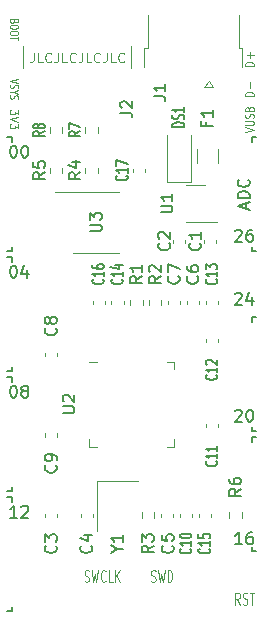
<source format=gbr>
%TF.GenerationSoftware,KiCad,Pcbnew,(6.0.1)*%
%TF.CreationDate,2022-03-04T09:32:41+09:00*%
%TF.ProjectId,yuiop2040,7975696f-7032-4303-9430-2e6b69636164,2*%
%TF.SameCoordinates,Original*%
%TF.FileFunction,Legend,Top*%
%TF.FilePolarity,Positive*%
%FSLAX46Y46*%
G04 Gerber Fmt 4.6, Leading zero omitted, Abs format (unit mm)*
G04 Created by KiCad (PCBNEW (6.0.1)) date 2022-03-04 09:32:41*
%MOMM*%
%LPD*%
G01*
G04 APERTURE LIST*
%ADD10C,0.150000*%
%ADD11C,0.075000*%
%ADD12C,0.120000*%
%ADD13C,0.100000*%
G04 APERTURE END LIST*
D10*
X129240000Y-115055000D02*
X129240000Y-114674000D01*
X149560000Y-84194000D02*
X149560000Y-84575000D01*
X149560000Y-99434000D02*
X149560000Y-99815000D01*
X128859000Y-114166000D02*
X129240000Y-114166000D01*
X129240000Y-93846000D02*
X129240000Y-93465000D01*
X149941000Y-99434000D02*
X149560000Y-99434000D01*
X129240000Y-104514000D02*
X128859000Y-104514000D01*
X129240000Y-124326000D02*
X129240000Y-123945000D01*
X129240000Y-104006000D02*
X129240000Y-103625000D01*
X129240000Y-94735000D02*
X129240000Y-94354000D01*
X129240000Y-104895000D02*
X129240000Y-104514000D01*
X129240000Y-94354000D02*
X128859000Y-94354000D01*
X149560000Y-118865000D02*
X149560000Y-119246000D01*
X128859000Y-93846000D02*
X129240000Y-93846000D01*
X149560000Y-93465000D02*
X149560000Y-93846000D01*
X149941000Y-109594000D02*
X149560000Y-109594000D01*
X129240000Y-84194000D02*
X128859000Y-84194000D01*
X149560000Y-93846000D02*
X149941000Y-93846000D01*
X149560000Y-119246000D02*
X149941000Y-119246000D01*
X129240000Y-114674000D02*
X128859000Y-114674000D01*
X149560000Y-108705000D02*
X149560000Y-109086000D01*
X149941000Y-84194000D02*
X149560000Y-84194000D01*
X129240000Y-114166000D02*
X129240000Y-113785000D01*
X128859000Y-104006000D02*
X129240000Y-104006000D01*
X149560000Y-109594000D02*
X149560000Y-109975000D01*
X129240000Y-84575000D02*
X129240000Y-84194000D01*
X128859000Y-124326000D02*
X129240000Y-124326000D01*
X149560000Y-109086000D02*
X149941000Y-109086000D01*
D11*
X129783333Y-79270821D02*
X129083333Y-79437487D01*
X129783333Y-79604154D01*
X129116666Y-79747011D02*
X129083333Y-79818440D01*
X129083333Y-79937487D01*
X129116666Y-79985106D01*
X129150000Y-80008916D01*
X129216666Y-80032725D01*
X129283333Y-80032725D01*
X129350000Y-80008916D01*
X129383333Y-79985106D01*
X129416666Y-79937487D01*
X129450000Y-79842249D01*
X129483333Y-79794630D01*
X129516666Y-79770821D01*
X129583333Y-79747011D01*
X129650000Y-79747011D01*
X129716666Y-79770821D01*
X129750000Y-79794630D01*
X129783333Y-79842249D01*
X129783333Y-79961297D01*
X129750000Y-80032725D01*
X129416666Y-80342249D02*
X129083333Y-80342249D01*
X129783333Y-80175583D02*
X129416666Y-80342249D01*
X129783333Y-80508916D01*
X129116666Y-80651773D02*
X129083333Y-80723202D01*
X129083333Y-80842249D01*
X129116666Y-80889868D01*
X129150000Y-80913678D01*
X129216666Y-80937487D01*
X129283333Y-80937487D01*
X129350000Y-80913678D01*
X129383333Y-80889868D01*
X129416666Y-80842249D01*
X129450000Y-80747011D01*
X129483333Y-80699392D01*
X129516666Y-80675583D01*
X129583333Y-80651773D01*
X129650000Y-80651773D01*
X129716666Y-80675583D01*
X129750000Y-80699392D01*
X129783333Y-80747011D01*
X129783333Y-80866059D01*
X129750000Y-80937487D01*
X129450000Y-74371428D02*
X129416666Y-74442857D01*
X129383333Y-74466666D01*
X129316666Y-74490476D01*
X129216666Y-74490476D01*
X129150000Y-74466666D01*
X129116666Y-74442857D01*
X129083333Y-74395238D01*
X129083333Y-74204761D01*
X129783333Y-74204761D01*
X129783333Y-74371428D01*
X129750000Y-74419047D01*
X129716666Y-74442857D01*
X129650000Y-74466666D01*
X129583333Y-74466666D01*
X129516666Y-74442857D01*
X129483333Y-74419047D01*
X129450000Y-74371428D01*
X129450000Y-74204761D01*
X129783333Y-74800000D02*
X129783333Y-74895238D01*
X129750000Y-74942857D01*
X129683333Y-74990476D01*
X129550000Y-75014285D01*
X129316666Y-75014285D01*
X129183333Y-74990476D01*
X129116666Y-74942857D01*
X129083333Y-74895238D01*
X129083333Y-74800000D01*
X129116666Y-74752380D01*
X129183333Y-74704761D01*
X129316666Y-74680952D01*
X129550000Y-74680952D01*
X129683333Y-74704761D01*
X129750000Y-74752380D01*
X129783333Y-74800000D01*
X129783333Y-75323809D02*
X129783333Y-75419047D01*
X129750000Y-75466666D01*
X129683333Y-75514285D01*
X129550000Y-75538095D01*
X129316666Y-75538095D01*
X129183333Y-75514285D01*
X129116666Y-75466666D01*
X129083333Y-75419047D01*
X129083333Y-75323809D01*
X129116666Y-75276190D01*
X129183333Y-75228571D01*
X129316666Y-75204761D01*
X129550000Y-75204761D01*
X129683333Y-75228571D01*
X129750000Y-75276190D01*
X129783333Y-75323809D01*
X129783333Y-75680952D02*
X129783333Y-75966666D01*
X129083333Y-75823809D02*
X129783333Y-75823809D01*
D12*
X149016666Y-83770000D02*
X149716666Y-83570000D01*
X149016666Y-83370000D01*
X149016666Y-83170000D02*
X149583333Y-83170000D01*
X149650000Y-83141428D01*
X149683333Y-83112857D01*
X149716666Y-83055714D01*
X149716666Y-82941428D01*
X149683333Y-82884285D01*
X149650000Y-82855714D01*
X149583333Y-82827142D01*
X149016666Y-82827142D01*
X149683333Y-82570000D02*
X149716666Y-82484285D01*
X149716666Y-82341428D01*
X149683333Y-82284285D01*
X149650000Y-82255714D01*
X149583333Y-82227142D01*
X149516666Y-82227142D01*
X149450000Y-82255714D01*
X149416666Y-82284285D01*
X149383333Y-82341428D01*
X149350000Y-82455714D01*
X149316666Y-82512857D01*
X149283333Y-82541428D01*
X149216666Y-82570000D01*
X149150000Y-82570000D01*
X149083333Y-82541428D01*
X149050000Y-82512857D01*
X149016666Y-82455714D01*
X149016666Y-82312857D01*
X149050000Y-82227142D01*
X149350000Y-81770000D02*
X149383333Y-81684285D01*
X149416666Y-81655714D01*
X149483333Y-81627142D01*
X149583333Y-81627142D01*
X149650000Y-81655714D01*
X149683333Y-81684285D01*
X149716666Y-81741428D01*
X149716666Y-81970000D01*
X149016666Y-81970000D01*
X149016666Y-81770000D01*
X149050000Y-81712857D01*
X149083333Y-81684285D01*
X149150000Y-81655714D01*
X149216666Y-81655714D01*
X149283333Y-81684285D01*
X149316666Y-81712857D01*
X149350000Y-81770000D01*
X149350000Y-81970000D01*
D10*
X148163095Y-107363619D02*
X148210714Y-107316000D01*
X148305952Y-107268380D01*
X148544047Y-107268380D01*
X148639285Y-107316000D01*
X148686904Y-107363619D01*
X148734523Y-107458857D01*
X148734523Y-107554095D01*
X148686904Y-107696952D01*
X148115476Y-108268380D01*
X148734523Y-108268380D01*
X149353571Y-107268380D02*
X149448809Y-107268380D01*
X149544047Y-107316000D01*
X149591666Y-107363619D01*
X149639285Y-107458857D01*
X149686904Y-107649333D01*
X149686904Y-107887428D01*
X149639285Y-108077904D01*
X149591666Y-108173142D01*
X149544047Y-108220761D01*
X149448809Y-108268380D01*
X149353571Y-108268380D01*
X149258333Y-108220761D01*
X149210714Y-108173142D01*
X149163095Y-108077904D01*
X149115476Y-107887428D01*
X149115476Y-107649333D01*
X149163095Y-107458857D01*
X149210714Y-107363619D01*
X149258333Y-107316000D01*
X149353571Y-107268380D01*
X148163095Y-97457619D02*
X148210714Y-97410000D01*
X148305952Y-97362380D01*
X148544047Y-97362380D01*
X148639285Y-97410000D01*
X148686904Y-97457619D01*
X148734523Y-97552857D01*
X148734523Y-97648095D01*
X148686904Y-97790952D01*
X148115476Y-98362380D01*
X148734523Y-98362380D01*
X149591666Y-97695714D02*
X149591666Y-98362380D01*
X149353571Y-97314761D02*
X149115476Y-98029047D01*
X149734523Y-98029047D01*
X148734523Y-118652380D02*
X148163095Y-118652380D01*
X148448809Y-118652380D02*
X148448809Y-117652380D01*
X148353571Y-117795238D01*
X148258333Y-117890476D01*
X148163095Y-117938095D01*
X149591666Y-117652380D02*
X149401190Y-117652380D01*
X149305952Y-117700000D01*
X149258333Y-117747619D01*
X149163095Y-117890476D01*
X149115476Y-118080952D01*
X149115476Y-118461904D01*
X149163095Y-118557142D01*
X149210714Y-118604761D01*
X149305952Y-118652380D01*
X149496428Y-118652380D01*
X149591666Y-118604761D01*
X149639285Y-118557142D01*
X149686904Y-118461904D01*
X149686904Y-118223809D01*
X149639285Y-118128571D01*
X149591666Y-118080952D01*
X149496428Y-118033333D01*
X149305952Y-118033333D01*
X149210714Y-118080952D01*
X149163095Y-118128571D01*
X149115476Y-118223809D01*
D12*
X131104761Y-77061904D02*
X131104761Y-77633333D01*
X131066666Y-77747619D01*
X130990476Y-77823809D01*
X130876190Y-77861904D01*
X130800000Y-77861904D01*
X131866666Y-77861904D02*
X131485714Y-77861904D01*
X131485714Y-77061904D01*
X132590476Y-77785714D02*
X132552380Y-77823809D01*
X132438095Y-77861904D01*
X132361904Y-77861904D01*
X132247619Y-77823809D01*
X132171428Y-77747619D01*
X132133333Y-77671428D01*
X132095238Y-77519047D01*
X132095238Y-77404761D01*
X132133333Y-77252380D01*
X132171428Y-77176190D01*
X132247619Y-77100000D01*
X132361904Y-77061904D01*
X132438095Y-77061904D01*
X132552380Y-77100000D01*
X132590476Y-77138095D01*
X133161904Y-77061904D02*
X133161904Y-77633333D01*
X133123809Y-77747619D01*
X133047619Y-77823809D01*
X132933333Y-77861904D01*
X132857142Y-77861904D01*
X133923809Y-77861904D02*
X133542857Y-77861904D01*
X133542857Y-77061904D01*
X134647619Y-77785714D02*
X134609523Y-77823809D01*
X134495238Y-77861904D01*
X134419047Y-77861904D01*
X134304761Y-77823809D01*
X134228571Y-77747619D01*
X134190476Y-77671428D01*
X134152380Y-77519047D01*
X134152380Y-77404761D01*
X134190476Y-77252380D01*
X134228571Y-77176190D01*
X134304761Y-77100000D01*
X134419047Y-77061904D01*
X134495238Y-77061904D01*
X134609523Y-77100000D01*
X134647619Y-77138095D01*
X135219047Y-77061904D02*
X135219047Y-77633333D01*
X135180952Y-77747619D01*
X135104761Y-77823809D01*
X134990476Y-77861904D01*
X134914285Y-77861904D01*
X135980952Y-77861904D02*
X135600000Y-77861904D01*
X135600000Y-77061904D01*
X136704761Y-77785714D02*
X136666666Y-77823809D01*
X136552380Y-77861904D01*
X136476190Y-77861904D01*
X136361904Y-77823809D01*
X136285714Y-77747619D01*
X136247619Y-77671428D01*
X136209523Y-77519047D01*
X136209523Y-77404761D01*
X136247619Y-77252380D01*
X136285714Y-77176190D01*
X136361904Y-77100000D01*
X136476190Y-77061904D01*
X136552380Y-77061904D01*
X136666666Y-77100000D01*
X136704761Y-77138095D01*
X137276190Y-77061904D02*
X137276190Y-77633333D01*
X137238095Y-77747619D01*
X137161904Y-77823809D01*
X137047619Y-77861904D01*
X136971428Y-77861904D01*
X138038095Y-77861904D02*
X137657142Y-77861904D01*
X137657142Y-77061904D01*
X138761904Y-77785714D02*
X138723809Y-77823809D01*
X138609523Y-77861904D01*
X138533333Y-77861904D01*
X138419047Y-77823809D01*
X138342857Y-77747619D01*
X138304761Y-77671428D01*
X138266666Y-77519047D01*
X138266666Y-77404761D01*
X138304761Y-77252380D01*
X138342857Y-77176190D01*
X138419047Y-77100000D01*
X138533333Y-77061904D01*
X138609523Y-77061904D01*
X138723809Y-77100000D01*
X138761904Y-77138095D01*
D13*
X141044285Y-121809761D02*
X141138571Y-121857380D01*
X141295714Y-121857380D01*
X141358571Y-121809761D01*
X141390000Y-121762142D01*
X141421428Y-121666904D01*
X141421428Y-121571666D01*
X141390000Y-121476428D01*
X141358571Y-121428809D01*
X141295714Y-121381190D01*
X141170000Y-121333571D01*
X141107142Y-121285952D01*
X141075714Y-121238333D01*
X141044285Y-121143095D01*
X141044285Y-121047857D01*
X141075714Y-120952619D01*
X141107142Y-120905000D01*
X141170000Y-120857380D01*
X141327142Y-120857380D01*
X141421428Y-120905000D01*
X141641428Y-120857380D02*
X141798571Y-121857380D01*
X141924285Y-121143095D01*
X142050000Y-121857380D01*
X142207142Y-120857380D01*
X142458571Y-121857380D02*
X142458571Y-120857380D01*
X142615714Y-120857380D01*
X142710000Y-120905000D01*
X142772857Y-121000238D01*
X142804285Y-121095476D01*
X142835714Y-121285952D01*
X142835714Y-121428809D01*
X142804285Y-121619285D01*
X142772857Y-121714523D01*
X142710000Y-121809761D01*
X142615714Y-121857380D01*
X142458571Y-121857380D01*
X129783333Y-81852857D02*
X129783333Y-82261428D01*
X129516666Y-82041428D01*
X129516666Y-82135714D01*
X129483333Y-82198571D01*
X129450000Y-82230000D01*
X129383333Y-82261428D01*
X129216666Y-82261428D01*
X129150000Y-82230000D01*
X129116666Y-82198571D01*
X129083333Y-82135714D01*
X129083333Y-81947142D01*
X129116666Y-81884285D01*
X129150000Y-81852857D01*
X129783333Y-82450000D02*
X129083333Y-82670000D01*
X129783333Y-82890000D01*
X129783333Y-83047142D02*
X129783333Y-83455714D01*
X129516666Y-83235714D01*
X129516666Y-83330000D01*
X129483333Y-83392857D01*
X129450000Y-83424285D01*
X129383333Y-83455714D01*
X129216666Y-83455714D01*
X129150000Y-83424285D01*
X129116666Y-83392857D01*
X129083333Y-83330000D01*
X129083333Y-83141428D01*
X129116666Y-83078571D01*
X129150000Y-83047142D01*
D10*
X129684523Y-116396380D02*
X129113095Y-116396380D01*
X129398809Y-116396380D02*
X129398809Y-115396380D01*
X129303571Y-115539238D01*
X129208333Y-115634476D01*
X129113095Y-115682095D01*
X130065476Y-115491619D02*
X130113095Y-115444000D01*
X130208333Y-115396380D01*
X130446428Y-115396380D01*
X130541666Y-115444000D01*
X130589285Y-115491619D01*
X130636904Y-115586857D01*
X130636904Y-115682095D01*
X130589285Y-115824952D01*
X130017857Y-116396380D01*
X130636904Y-116396380D01*
X129351190Y-84916380D02*
X129446428Y-84916380D01*
X129541666Y-84964000D01*
X129589285Y-85011619D01*
X129636904Y-85106857D01*
X129684523Y-85297333D01*
X129684523Y-85535428D01*
X129636904Y-85725904D01*
X129589285Y-85821142D01*
X129541666Y-85868761D01*
X129446428Y-85916380D01*
X129351190Y-85916380D01*
X129255952Y-85868761D01*
X129208333Y-85821142D01*
X129160714Y-85725904D01*
X129113095Y-85535428D01*
X129113095Y-85297333D01*
X129160714Y-85106857D01*
X129208333Y-85011619D01*
X129255952Y-84964000D01*
X129351190Y-84916380D01*
X130303571Y-84916380D02*
X130398809Y-84916380D01*
X130494047Y-84964000D01*
X130541666Y-85011619D01*
X130589285Y-85106857D01*
X130636904Y-85297333D01*
X130636904Y-85535428D01*
X130589285Y-85725904D01*
X130541666Y-85821142D01*
X130494047Y-85868761D01*
X130398809Y-85916380D01*
X130303571Y-85916380D01*
X130208333Y-85868761D01*
X130160714Y-85821142D01*
X130113095Y-85725904D01*
X130065476Y-85535428D01*
X130065476Y-85297333D01*
X130113095Y-85106857D01*
X130160714Y-85011619D01*
X130208333Y-84964000D01*
X130303571Y-84916380D01*
X148163095Y-92123619D02*
X148210714Y-92076000D01*
X148305952Y-92028380D01*
X148544047Y-92028380D01*
X148639285Y-92076000D01*
X148686904Y-92123619D01*
X148734523Y-92218857D01*
X148734523Y-92314095D01*
X148686904Y-92456952D01*
X148115476Y-93028380D01*
X148734523Y-93028380D01*
X149591666Y-92028380D02*
X149401190Y-92028380D01*
X149305952Y-92076000D01*
X149258333Y-92123619D01*
X149163095Y-92266476D01*
X149115476Y-92456952D01*
X149115476Y-92837904D01*
X149163095Y-92933142D01*
X149210714Y-92980761D01*
X149305952Y-93028380D01*
X149496428Y-93028380D01*
X149591666Y-92980761D01*
X149639285Y-92933142D01*
X149686904Y-92837904D01*
X149686904Y-92599809D01*
X149639285Y-92504571D01*
X149591666Y-92456952D01*
X149496428Y-92409333D01*
X149305952Y-92409333D01*
X149210714Y-92456952D01*
X149163095Y-92504571D01*
X149115476Y-92599809D01*
D12*
X149716666Y-78206666D02*
X149016666Y-78206666D01*
X149016666Y-78040000D01*
X149050000Y-77940000D01*
X149116666Y-77873333D01*
X149183333Y-77840000D01*
X149316666Y-77806666D01*
X149416666Y-77806666D01*
X149550000Y-77840000D01*
X149616666Y-77873333D01*
X149683333Y-77940000D01*
X149716666Y-78040000D01*
X149716666Y-78206666D01*
X149450000Y-77506666D02*
X149450000Y-76973333D01*
X149716666Y-77240000D02*
X149183333Y-77240000D01*
D13*
X135407142Y-121809761D02*
X135501428Y-121857380D01*
X135658571Y-121857380D01*
X135721428Y-121809761D01*
X135752857Y-121762142D01*
X135784285Y-121666904D01*
X135784285Y-121571666D01*
X135752857Y-121476428D01*
X135721428Y-121428809D01*
X135658571Y-121381190D01*
X135532857Y-121333571D01*
X135470000Y-121285952D01*
X135438571Y-121238333D01*
X135407142Y-121143095D01*
X135407142Y-121047857D01*
X135438571Y-120952619D01*
X135470000Y-120905000D01*
X135532857Y-120857380D01*
X135690000Y-120857380D01*
X135784285Y-120905000D01*
X136004285Y-120857380D02*
X136161428Y-121857380D01*
X136287142Y-121143095D01*
X136412857Y-121857380D01*
X136570000Y-120857380D01*
X137198571Y-121762142D02*
X137167142Y-121809761D01*
X137072857Y-121857380D01*
X137010000Y-121857380D01*
X136915714Y-121809761D01*
X136852857Y-121714523D01*
X136821428Y-121619285D01*
X136790000Y-121428809D01*
X136790000Y-121285952D01*
X136821428Y-121095476D01*
X136852857Y-121000238D01*
X136915714Y-120905000D01*
X137010000Y-120857380D01*
X137072857Y-120857380D01*
X137167142Y-120905000D01*
X137198571Y-120952619D01*
X137795714Y-121857380D02*
X137481428Y-121857380D01*
X137481428Y-120857380D01*
X138015714Y-121857380D02*
X138015714Y-120857380D01*
X138392857Y-121857380D02*
X138110000Y-121285952D01*
X138392857Y-120857380D02*
X138015714Y-121428809D01*
D10*
X129351190Y-95076380D02*
X129446428Y-95076380D01*
X129541666Y-95124000D01*
X129589285Y-95171619D01*
X129636904Y-95266857D01*
X129684523Y-95457333D01*
X129684523Y-95695428D01*
X129636904Y-95885904D01*
X129589285Y-95981142D01*
X129541666Y-96028761D01*
X129446428Y-96076380D01*
X129351190Y-96076380D01*
X129255952Y-96028761D01*
X129208333Y-95981142D01*
X129160714Y-95885904D01*
X129113095Y-95695428D01*
X129113095Y-95457333D01*
X129160714Y-95266857D01*
X129208333Y-95171619D01*
X129255952Y-95124000D01*
X129351190Y-95076380D01*
X130541666Y-95409714D02*
X130541666Y-96076380D01*
X130303571Y-95028761D02*
X130065476Y-95743047D01*
X130684523Y-95743047D01*
D12*
X149716666Y-80746666D02*
X149016666Y-80746666D01*
X149016666Y-80580000D01*
X149050000Y-80480000D01*
X149116666Y-80413333D01*
X149183333Y-80380000D01*
X149316666Y-80346666D01*
X149416666Y-80346666D01*
X149550000Y-80380000D01*
X149616666Y-80413333D01*
X149683333Y-80480000D01*
X149716666Y-80580000D01*
X149716666Y-80746666D01*
X149450000Y-80046666D02*
X149450000Y-79513333D01*
D10*
X129351190Y-105236380D02*
X129446428Y-105236380D01*
X129541666Y-105284000D01*
X129589285Y-105331619D01*
X129636904Y-105426857D01*
X129684523Y-105617333D01*
X129684523Y-105855428D01*
X129636904Y-106045904D01*
X129589285Y-106141142D01*
X129541666Y-106188761D01*
X129446428Y-106236380D01*
X129351190Y-106236380D01*
X129255952Y-106188761D01*
X129208333Y-106141142D01*
X129160714Y-106045904D01*
X129113095Y-105855428D01*
X129113095Y-105617333D01*
X129160714Y-105426857D01*
X129208333Y-105331619D01*
X129255952Y-105284000D01*
X129351190Y-105236380D01*
X130255952Y-105664952D02*
X130160714Y-105617333D01*
X130113095Y-105569714D01*
X130065476Y-105474476D01*
X130065476Y-105426857D01*
X130113095Y-105331619D01*
X130160714Y-105284000D01*
X130255952Y-105236380D01*
X130446428Y-105236380D01*
X130541666Y-105284000D01*
X130589285Y-105331619D01*
X130636904Y-105426857D01*
X130636904Y-105474476D01*
X130589285Y-105569714D01*
X130541666Y-105617333D01*
X130446428Y-105664952D01*
X130255952Y-105664952D01*
X130160714Y-105712571D01*
X130113095Y-105760190D01*
X130065476Y-105855428D01*
X130065476Y-106045904D01*
X130113095Y-106141142D01*
X130160714Y-106188761D01*
X130255952Y-106236380D01*
X130446428Y-106236380D01*
X130541666Y-106188761D01*
X130589285Y-106141142D01*
X130636904Y-106045904D01*
X130636904Y-105855428D01*
X130589285Y-105760190D01*
X130541666Y-105712571D01*
X130446428Y-105664952D01*
D13*
X148563571Y-123762380D02*
X148343571Y-123286190D01*
X148186428Y-123762380D02*
X148186428Y-122762380D01*
X148437857Y-122762380D01*
X148500714Y-122810000D01*
X148532142Y-122857619D01*
X148563571Y-122952857D01*
X148563571Y-123095714D01*
X148532142Y-123190952D01*
X148500714Y-123238571D01*
X148437857Y-123286190D01*
X148186428Y-123286190D01*
X148815000Y-123714761D02*
X148909285Y-123762380D01*
X149066428Y-123762380D01*
X149129285Y-123714761D01*
X149160714Y-123667142D01*
X149192142Y-123571904D01*
X149192142Y-123476666D01*
X149160714Y-123381428D01*
X149129285Y-123333809D01*
X149066428Y-123286190D01*
X148940714Y-123238571D01*
X148877857Y-123190952D01*
X148846428Y-123143333D01*
X148815000Y-123048095D01*
X148815000Y-122952857D01*
X148846428Y-122857619D01*
X148877857Y-122810000D01*
X148940714Y-122762380D01*
X149097857Y-122762380D01*
X149192142Y-122810000D01*
X149380714Y-122762380D02*
X149757857Y-122762380D01*
X149569285Y-123762380D02*
X149569285Y-122762380D01*
D10*
X149091666Y-90258095D02*
X149091666Y-89781904D01*
X149377380Y-90353333D02*
X148377380Y-90020000D01*
X149377380Y-89686666D01*
X149377380Y-89353333D02*
X148377380Y-89353333D01*
X148377380Y-89115238D01*
X148425000Y-88972380D01*
X148520238Y-88877142D01*
X148615476Y-88829523D01*
X148805952Y-88781904D01*
X148948809Y-88781904D01*
X149139285Y-88829523D01*
X149234523Y-88877142D01*
X149329761Y-88972380D01*
X149377380Y-89115238D01*
X149377380Y-89353333D01*
X149282142Y-87781904D02*
X149329761Y-87829523D01*
X149377380Y-87972380D01*
X149377380Y-88067619D01*
X149329761Y-88210476D01*
X149234523Y-88305714D01*
X149139285Y-88353333D01*
X148948809Y-88400952D01*
X148805952Y-88400952D01*
X148615476Y-88353333D01*
X148520238Y-88305714D01*
X148425000Y-88210476D01*
X148377380Y-88067619D01*
X148377380Y-87972380D01*
X148425000Y-87829523D01*
X148472619Y-87781904D01*
%TO.C,R2*%
X141852380Y-95966666D02*
X141376190Y-96300000D01*
X141852380Y-96538095D02*
X140852380Y-96538095D01*
X140852380Y-96157142D01*
X140900000Y-96061904D01*
X140947619Y-96014285D01*
X141042857Y-95966666D01*
X141185714Y-95966666D01*
X141280952Y-96014285D01*
X141328571Y-96061904D01*
X141376190Y-96157142D01*
X141376190Y-96538095D01*
X140947619Y-95585714D02*
X140900000Y-95538095D01*
X140852380Y-95442857D01*
X140852380Y-95204761D01*
X140900000Y-95109523D01*
X140947619Y-95061904D01*
X141042857Y-95014285D01*
X141138095Y-95014285D01*
X141280952Y-95061904D01*
X141852380Y-95633333D01*
X141852380Y-95014285D01*
%TO.C,U2*%
X133552380Y-107561904D02*
X134361904Y-107561904D01*
X134457142Y-107514285D01*
X134504761Y-107466666D01*
X134552380Y-107371428D01*
X134552380Y-107180952D01*
X134504761Y-107085714D01*
X134457142Y-107038095D01*
X134361904Y-106990476D01*
X133552380Y-106990476D01*
X133647619Y-106561904D02*
X133600000Y-106514285D01*
X133552380Y-106419047D01*
X133552380Y-106180952D01*
X133600000Y-106085714D01*
X133647619Y-106038095D01*
X133742857Y-105990476D01*
X133838095Y-105990476D01*
X133980952Y-106038095D01*
X134552380Y-106609523D01*
X134552380Y-105990476D01*
%TO.C,C10*%
X144357142Y-119024285D02*
X144404761Y-119055714D01*
X144452380Y-119150000D01*
X144452380Y-119212857D01*
X144404761Y-119307142D01*
X144309523Y-119370000D01*
X144214285Y-119401428D01*
X144023809Y-119432857D01*
X143880952Y-119432857D01*
X143690476Y-119401428D01*
X143595238Y-119370000D01*
X143500000Y-119307142D01*
X143452380Y-119212857D01*
X143452380Y-119150000D01*
X143500000Y-119055714D01*
X143547619Y-119024285D01*
X144452380Y-118395714D02*
X144452380Y-118772857D01*
X144452380Y-118584285D02*
X143452380Y-118584285D01*
X143595238Y-118647142D01*
X143690476Y-118710000D01*
X143738095Y-118772857D01*
X143452380Y-117987142D02*
X143452380Y-117924285D01*
X143500000Y-117861428D01*
X143547619Y-117830000D01*
X143642857Y-117798571D01*
X143833333Y-117767142D01*
X144071428Y-117767142D01*
X144261904Y-117798571D01*
X144357142Y-117830000D01*
X144404761Y-117861428D01*
X144452380Y-117924285D01*
X144452380Y-117987142D01*
X144404761Y-118050000D01*
X144357142Y-118081428D01*
X144261904Y-118112857D01*
X144071428Y-118144285D01*
X143833333Y-118144285D01*
X143642857Y-118112857D01*
X143547619Y-118081428D01*
X143500000Y-118050000D01*
X143452380Y-117987142D01*
%TO.C,C9*%
X132957142Y-111966666D02*
X133004761Y-112014285D01*
X133052380Y-112157142D01*
X133052380Y-112252380D01*
X133004761Y-112395238D01*
X132909523Y-112490476D01*
X132814285Y-112538095D01*
X132623809Y-112585714D01*
X132480952Y-112585714D01*
X132290476Y-112538095D01*
X132195238Y-112490476D01*
X132100000Y-112395238D01*
X132052380Y-112252380D01*
X132052380Y-112157142D01*
X132100000Y-112014285D01*
X132147619Y-111966666D01*
X133052380Y-111490476D02*
X133052380Y-111300000D01*
X133004761Y-111204761D01*
X132957142Y-111157142D01*
X132814285Y-111061904D01*
X132623809Y-111014285D01*
X132242857Y-111014285D01*
X132147619Y-111061904D01*
X132100000Y-111109523D01*
X132052380Y-111204761D01*
X132052380Y-111395238D01*
X132100000Y-111490476D01*
X132147619Y-111538095D01*
X132242857Y-111585714D01*
X132480952Y-111585714D01*
X132576190Y-111538095D01*
X132623809Y-111490476D01*
X132671428Y-111395238D01*
X132671428Y-111204761D01*
X132623809Y-111109523D01*
X132576190Y-111061904D01*
X132480952Y-111014285D01*
%TO.C,C11*%
X146557142Y-111624285D02*
X146604761Y-111655714D01*
X146652380Y-111750000D01*
X146652380Y-111812857D01*
X146604761Y-111907142D01*
X146509523Y-111970000D01*
X146414285Y-112001428D01*
X146223809Y-112032857D01*
X146080952Y-112032857D01*
X145890476Y-112001428D01*
X145795238Y-111970000D01*
X145700000Y-111907142D01*
X145652380Y-111812857D01*
X145652380Y-111750000D01*
X145700000Y-111655714D01*
X145747619Y-111624285D01*
X146652380Y-110995714D02*
X146652380Y-111372857D01*
X146652380Y-111184285D02*
X145652380Y-111184285D01*
X145795238Y-111247142D01*
X145890476Y-111310000D01*
X145938095Y-111372857D01*
X146652380Y-110367142D02*
X146652380Y-110744285D01*
X146652380Y-110555714D02*
X145652380Y-110555714D01*
X145795238Y-110618571D01*
X145890476Y-110681428D01*
X145938095Y-110744285D01*
%TO.C,R1*%
X140252380Y-95966666D02*
X139776190Y-96300000D01*
X140252380Y-96538095D02*
X139252380Y-96538095D01*
X139252380Y-96157142D01*
X139300000Y-96061904D01*
X139347619Y-96014285D01*
X139442857Y-95966666D01*
X139585714Y-95966666D01*
X139680952Y-96014285D01*
X139728571Y-96061904D01*
X139776190Y-96157142D01*
X139776190Y-96538095D01*
X140252380Y-95014285D02*
X140252380Y-95585714D01*
X140252380Y-95300000D02*
X139252380Y-95300000D01*
X139395238Y-95395238D01*
X139490476Y-95490476D01*
X139538095Y-95585714D01*
%TO.C,U1*%
X141852380Y-90561904D02*
X142661904Y-90561904D01*
X142757142Y-90514285D01*
X142804761Y-90466666D01*
X142852380Y-90371428D01*
X142852380Y-90180952D01*
X142804761Y-90085714D01*
X142757142Y-90038095D01*
X142661904Y-89990476D01*
X141852380Y-89990476D01*
X142852380Y-88990476D02*
X142852380Y-89561904D01*
X142852380Y-89276190D02*
X141852380Y-89276190D01*
X141995238Y-89371428D01*
X142090476Y-89466666D01*
X142138095Y-89561904D01*
%TO.C,C4*%
X135957142Y-118766666D02*
X136004761Y-118814285D01*
X136052380Y-118957142D01*
X136052380Y-119052380D01*
X136004761Y-119195238D01*
X135909523Y-119290476D01*
X135814285Y-119338095D01*
X135623809Y-119385714D01*
X135480952Y-119385714D01*
X135290476Y-119338095D01*
X135195238Y-119290476D01*
X135100000Y-119195238D01*
X135052380Y-119052380D01*
X135052380Y-118957142D01*
X135100000Y-118814285D01*
X135147619Y-118766666D01*
X135385714Y-117909523D02*
X136052380Y-117909523D01*
X135004761Y-118147619D02*
X135719047Y-118385714D01*
X135719047Y-117766666D01*
%TO.C,DS1*%
X143852380Y-83301428D02*
X142852380Y-83301428D01*
X142852380Y-83144285D01*
X142900000Y-83050000D01*
X142995238Y-82987142D01*
X143090476Y-82955714D01*
X143280952Y-82924285D01*
X143423809Y-82924285D01*
X143614285Y-82955714D01*
X143709523Y-82987142D01*
X143804761Y-83050000D01*
X143852380Y-83144285D01*
X143852380Y-83301428D01*
X143804761Y-82672857D02*
X143852380Y-82578571D01*
X143852380Y-82421428D01*
X143804761Y-82358571D01*
X143757142Y-82327142D01*
X143661904Y-82295714D01*
X143566666Y-82295714D01*
X143471428Y-82327142D01*
X143423809Y-82358571D01*
X143376190Y-82421428D01*
X143328571Y-82547142D01*
X143280952Y-82610000D01*
X143233333Y-82641428D01*
X143138095Y-82672857D01*
X143042857Y-82672857D01*
X142947619Y-82641428D01*
X142900000Y-82610000D01*
X142852380Y-82547142D01*
X142852380Y-82390000D01*
X142900000Y-82295714D01*
X143852380Y-81667142D02*
X143852380Y-82044285D01*
X143852380Y-81855714D02*
X142852380Y-81855714D01*
X142995238Y-81918571D01*
X143090476Y-81981428D01*
X143138095Y-82044285D01*
%TO.C,C15*%
X145957142Y-119024285D02*
X146004761Y-119055714D01*
X146052380Y-119150000D01*
X146052380Y-119212857D01*
X146004761Y-119307142D01*
X145909523Y-119370000D01*
X145814285Y-119401428D01*
X145623809Y-119432857D01*
X145480952Y-119432857D01*
X145290476Y-119401428D01*
X145195238Y-119370000D01*
X145100000Y-119307142D01*
X145052380Y-119212857D01*
X145052380Y-119150000D01*
X145100000Y-119055714D01*
X145147619Y-119024285D01*
X146052380Y-118395714D02*
X146052380Y-118772857D01*
X146052380Y-118584285D02*
X145052380Y-118584285D01*
X145195238Y-118647142D01*
X145290476Y-118710000D01*
X145338095Y-118772857D01*
X145052380Y-117798571D02*
X145052380Y-118112857D01*
X145528571Y-118144285D01*
X145480952Y-118112857D01*
X145433333Y-118050000D01*
X145433333Y-117892857D01*
X145480952Y-117830000D01*
X145528571Y-117798571D01*
X145623809Y-117767142D01*
X145861904Y-117767142D01*
X145957142Y-117798571D01*
X146004761Y-117830000D01*
X146052380Y-117892857D01*
X146052380Y-118050000D01*
X146004761Y-118112857D01*
X145957142Y-118144285D01*
%TO.C,R7*%
X135052380Y-83685000D02*
X134576190Y-83905000D01*
X135052380Y-84062142D02*
X134052380Y-84062142D01*
X134052380Y-83810714D01*
X134100000Y-83747857D01*
X134147619Y-83716428D01*
X134242857Y-83685000D01*
X134385714Y-83685000D01*
X134480952Y-83716428D01*
X134528571Y-83747857D01*
X134576190Y-83810714D01*
X134576190Y-84062142D01*
X134052380Y-83465000D02*
X134052380Y-83025000D01*
X135052380Y-83307857D01*
%TO.C,C3*%
X132957142Y-118766666D02*
X133004761Y-118814285D01*
X133052380Y-118957142D01*
X133052380Y-119052380D01*
X133004761Y-119195238D01*
X132909523Y-119290476D01*
X132814285Y-119338095D01*
X132623809Y-119385714D01*
X132480952Y-119385714D01*
X132290476Y-119338095D01*
X132195238Y-119290476D01*
X132100000Y-119195238D01*
X132052380Y-119052380D01*
X132052380Y-118957142D01*
X132100000Y-118814285D01*
X132147619Y-118766666D01*
X132052380Y-118433333D02*
X132052380Y-117814285D01*
X132433333Y-118147619D01*
X132433333Y-118004761D01*
X132480952Y-117909523D01*
X132528571Y-117861904D01*
X132623809Y-117814285D01*
X132861904Y-117814285D01*
X132957142Y-117861904D01*
X133004761Y-117909523D01*
X133052380Y-118004761D01*
X133052380Y-118290476D01*
X133004761Y-118385714D01*
X132957142Y-118433333D01*
%TO.C,Y1*%
X138176190Y-119076190D02*
X138652380Y-119076190D01*
X137652380Y-119409523D02*
X138176190Y-119076190D01*
X137652380Y-118742857D01*
X138652380Y-117885714D02*
X138652380Y-118457142D01*
X138652380Y-118171428D02*
X137652380Y-118171428D01*
X137795238Y-118266666D01*
X137890476Y-118361904D01*
X137938095Y-118457142D01*
%TO.C,R8*%
X132052380Y-83710000D02*
X131576190Y-83930000D01*
X132052380Y-84087142D02*
X131052380Y-84087142D01*
X131052380Y-83835714D01*
X131100000Y-83772857D01*
X131147619Y-83741428D01*
X131242857Y-83710000D01*
X131385714Y-83710000D01*
X131480952Y-83741428D01*
X131528571Y-83772857D01*
X131576190Y-83835714D01*
X131576190Y-84087142D01*
X131480952Y-83332857D02*
X131433333Y-83395714D01*
X131385714Y-83427142D01*
X131290476Y-83458571D01*
X131242857Y-83458571D01*
X131147619Y-83427142D01*
X131100000Y-83395714D01*
X131052380Y-83332857D01*
X131052380Y-83207142D01*
X131100000Y-83144285D01*
X131147619Y-83112857D01*
X131242857Y-83081428D01*
X131290476Y-83081428D01*
X131385714Y-83112857D01*
X131433333Y-83144285D01*
X131480952Y-83207142D01*
X131480952Y-83332857D01*
X131528571Y-83395714D01*
X131576190Y-83427142D01*
X131671428Y-83458571D01*
X131861904Y-83458571D01*
X131957142Y-83427142D01*
X132004761Y-83395714D01*
X132052380Y-83332857D01*
X132052380Y-83207142D01*
X132004761Y-83144285D01*
X131957142Y-83112857D01*
X131861904Y-83081428D01*
X131671428Y-83081428D01*
X131576190Y-83112857D01*
X131528571Y-83144285D01*
X131480952Y-83207142D01*
%TO.C,C12*%
X146557142Y-104324285D02*
X146604761Y-104355714D01*
X146652380Y-104450000D01*
X146652380Y-104512857D01*
X146604761Y-104607142D01*
X146509523Y-104670000D01*
X146414285Y-104701428D01*
X146223809Y-104732857D01*
X146080952Y-104732857D01*
X145890476Y-104701428D01*
X145795238Y-104670000D01*
X145700000Y-104607142D01*
X145652380Y-104512857D01*
X145652380Y-104450000D01*
X145700000Y-104355714D01*
X145747619Y-104324285D01*
X146652380Y-103695714D02*
X146652380Y-104072857D01*
X146652380Y-103884285D02*
X145652380Y-103884285D01*
X145795238Y-103947142D01*
X145890476Y-104010000D01*
X145938095Y-104072857D01*
X145747619Y-103444285D02*
X145700000Y-103412857D01*
X145652380Y-103350000D01*
X145652380Y-103192857D01*
X145700000Y-103130000D01*
X145747619Y-103098571D01*
X145842857Y-103067142D01*
X145938095Y-103067142D01*
X146080952Y-103098571D01*
X146652380Y-103475714D01*
X146652380Y-103067142D01*
%TO.C,C1*%
X145157142Y-93166666D02*
X145204761Y-93214285D01*
X145252380Y-93357142D01*
X145252380Y-93452380D01*
X145204761Y-93595238D01*
X145109523Y-93690476D01*
X145014285Y-93738095D01*
X144823809Y-93785714D01*
X144680952Y-93785714D01*
X144490476Y-93738095D01*
X144395238Y-93690476D01*
X144300000Y-93595238D01*
X144252380Y-93452380D01*
X144252380Y-93357142D01*
X144300000Y-93214285D01*
X144347619Y-93166666D01*
X145252380Y-92214285D02*
X145252380Y-92785714D01*
X145252380Y-92500000D02*
X144252380Y-92500000D01*
X144395238Y-92595238D01*
X144490476Y-92690476D01*
X144538095Y-92785714D01*
%TO.C,F1*%
X145728571Y-82933333D02*
X145728571Y-83266666D01*
X146252380Y-83266666D02*
X145252380Y-83266666D01*
X145252380Y-82790476D01*
X146252380Y-81885714D02*
X146252380Y-82457142D01*
X146252380Y-82171428D02*
X145252380Y-82171428D01*
X145395238Y-82266666D01*
X145490476Y-82361904D01*
X145538095Y-82457142D01*
%TO.C,C7*%
X143357142Y-95966666D02*
X143404761Y-96014285D01*
X143452380Y-96157142D01*
X143452380Y-96252380D01*
X143404761Y-96395238D01*
X143309523Y-96490476D01*
X143214285Y-96538095D01*
X143023809Y-96585714D01*
X142880952Y-96585714D01*
X142690476Y-96538095D01*
X142595238Y-96490476D01*
X142500000Y-96395238D01*
X142452380Y-96252380D01*
X142452380Y-96157142D01*
X142500000Y-96014285D01*
X142547619Y-95966666D01*
X142452380Y-95633333D02*
X142452380Y-94966666D01*
X143452380Y-95395238D01*
%TO.C,C14*%
X138557142Y-96224285D02*
X138604761Y-96255714D01*
X138652380Y-96350000D01*
X138652380Y-96412857D01*
X138604761Y-96507142D01*
X138509523Y-96570000D01*
X138414285Y-96601428D01*
X138223809Y-96632857D01*
X138080952Y-96632857D01*
X137890476Y-96601428D01*
X137795238Y-96570000D01*
X137700000Y-96507142D01*
X137652380Y-96412857D01*
X137652380Y-96350000D01*
X137700000Y-96255714D01*
X137747619Y-96224285D01*
X138652380Y-95595714D02*
X138652380Y-95972857D01*
X138652380Y-95784285D02*
X137652380Y-95784285D01*
X137795238Y-95847142D01*
X137890476Y-95910000D01*
X137938095Y-95972857D01*
X137985714Y-95030000D02*
X138652380Y-95030000D01*
X137604761Y-95187142D02*
X138319047Y-95344285D01*
X138319047Y-94935714D01*
%TO.C,R5*%
X132052380Y-87166666D02*
X131576190Y-87500000D01*
X132052380Y-87738095D02*
X131052380Y-87738095D01*
X131052380Y-87357142D01*
X131100000Y-87261904D01*
X131147619Y-87214285D01*
X131242857Y-87166666D01*
X131385714Y-87166666D01*
X131480952Y-87214285D01*
X131528571Y-87261904D01*
X131576190Y-87357142D01*
X131576190Y-87738095D01*
X131052380Y-86261904D02*
X131052380Y-86738095D01*
X131528571Y-86785714D01*
X131480952Y-86738095D01*
X131433333Y-86642857D01*
X131433333Y-86404761D01*
X131480952Y-86309523D01*
X131528571Y-86261904D01*
X131623809Y-86214285D01*
X131861904Y-86214285D01*
X131957142Y-86261904D01*
X132004761Y-86309523D01*
X132052380Y-86404761D01*
X132052380Y-86642857D01*
X132004761Y-86738095D01*
X131957142Y-86785714D01*
%TO.C,C6*%
X144957142Y-95966666D02*
X145004761Y-96014285D01*
X145052380Y-96157142D01*
X145052380Y-96252380D01*
X145004761Y-96395238D01*
X144909523Y-96490476D01*
X144814285Y-96538095D01*
X144623809Y-96585714D01*
X144480952Y-96585714D01*
X144290476Y-96538095D01*
X144195238Y-96490476D01*
X144100000Y-96395238D01*
X144052380Y-96252380D01*
X144052380Y-96157142D01*
X144100000Y-96014285D01*
X144147619Y-95966666D01*
X144052380Y-95109523D02*
X144052380Y-95300000D01*
X144100000Y-95395238D01*
X144147619Y-95442857D01*
X144290476Y-95538095D01*
X144480952Y-95585714D01*
X144861904Y-95585714D01*
X144957142Y-95538095D01*
X145004761Y-95490476D01*
X145052380Y-95395238D01*
X145052380Y-95204761D01*
X145004761Y-95109523D01*
X144957142Y-95061904D01*
X144861904Y-95014285D01*
X144623809Y-95014285D01*
X144528571Y-95061904D01*
X144480952Y-95109523D01*
X144433333Y-95204761D01*
X144433333Y-95395238D01*
X144480952Y-95490476D01*
X144528571Y-95538095D01*
X144623809Y-95585714D01*
%TO.C,U3*%
X135852380Y-92161904D02*
X136661904Y-92161904D01*
X136757142Y-92114285D01*
X136804761Y-92066666D01*
X136852380Y-91971428D01*
X136852380Y-91780952D01*
X136804761Y-91685714D01*
X136757142Y-91638095D01*
X136661904Y-91590476D01*
X135852380Y-91590476D01*
X135852380Y-91209523D02*
X135852380Y-90590476D01*
X136233333Y-90923809D01*
X136233333Y-90780952D01*
X136280952Y-90685714D01*
X136328571Y-90638095D01*
X136423809Y-90590476D01*
X136661904Y-90590476D01*
X136757142Y-90638095D01*
X136804761Y-90685714D01*
X136852380Y-90780952D01*
X136852380Y-91066666D01*
X136804761Y-91161904D01*
X136757142Y-91209523D01*
%TO.C,C16*%
X136957142Y-96224285D02*
X137004761Y-96255714D01*
X137052380Y-96350000D01*
X137052380Y-96412857D01*
X137004761Y-96507142D01*
X136909523Y-96570000D01*
X136814285Y-96601428D01*
X136623809Y-96632857D01*
X136480952Y-96632857D01*
X136290476Y-96601428D01*
X136195238Y-96570000D01*
X136100000Y-96507142D01*
X136052380Y-96412857D01*
X136052380Y-96350000D01*
X136100000Y-96255714D01*
X136147619Y-96224285D01*
X137052380Y-95595714D02*
X137052380Y-95972857D01*
X137052380Y-95784285D02*
X136052380Y-95784285D01*
X136195238Y-95847142D01*
X136290476Y-95910000D01*
X136338095Y-95972857D01*
X136052380Y-95030000D02*
X136052380Y-95155714D01*
X136100000Y-95218571D01*
X136147619Y-95250000D01*
X136290476Y-95312857D01*
X136480952Y-95344285D01*
X136861904Y-95344285D01*
X136957142Y-95312857D01*
X137004761Y-95281428D01*
X137052380Y-95218571D01*
X137052380Y-95092857D01*
X137004761Y-95030000D01*
X136957142Y-94998571D01*
X136861904Y-94967142D01*
X136623809Y-94967142D01*
X136528571Y-94998571D01*
X136480952Y-95030000D01*
X136433333Y-95092857D01*
X136433333Y-95218571D01*
X136480952Y-95281428D01*
X136528571Y-95312857D01*
X136623809Y-95344285D01*
%TO.C,R3*%
X141252380Y-118766666D02*
X140776190Y-119100000D01*
X141252380Y-119338095D02*
X140252380Y-119338095D01*
X140252380Y-118957142D01*
X140300000Y-118861904D01*
X140347619Y-118814285D01*
X140442857Y-118766666D01*
X140585714Y-118766666D01*
X140680952Y-118814285D01*
X140728571Y-118861904D01*
X140776190Y-118957142D01*
X140776190Y-119338095D01*
X140252380Y-118433333D02*
X140252380Y-117814285D01*
X140633333Y-118147619D01*
X140633333Y-118004761D01*
X140680952Y-117909523D01*
X140728571Y-117861904D01*
X140823809Y-117814285D01*
X141061904Y-117814285D01*
X141157142Y-117861904D01*
X141204761Y-117909523D01*
X141252380Y-118004761D01*
X141252380Y-118290476D01*
X141204761Y-118385714D01*
X141157142Y-118433333D01*
%TO.C,C13*%
X146557142Y-96224285D02*
X146604761Y-96255714D01*
X146652380Y-96350000D01*
X146652380Y-96412857D01*
X146604761Y-96507142D01*
X146509523Y-96570000D01*
X146414285Y-96601428D01*
X146223809Y-96632857D01*
X146080952Y-96632857D01*
X145890476Y-96601428D01*
X145795238Y-96570000D01*
X145700000Y-96507142D01*
X145652380Y-96412857D01*
X145652380Y-96350000D01*
X145700000Y-96255714D01*
X145747619Y-96224285D01*
X146652380Y-95595714D02*
X146652380Y-95972857D01*
X146652380Y-95784285D02*
X145652380Y-95784285D01*
X145795238Y-95847142D01*
X145890476Y-95910000D01*
X145938095Y-95972857D01*
X145652380Y-95375714D02*
X145652380Y-94967142D01*
X146033333Y-95187142D01*
X146033333Y-95092857D01*
X146080952Y-95030000D01*
X146128571Y-94998571D01*
X146223809Y-94967142D01*
X146461904Y-94967142D01*
X146557142Y-94998571D01*
X146604761Y-95030000D01*
X146652380Y-95092857D01*
X146652380Y-95281428D01*
X146604761Y-95344285D01*
X146557142Y-95375714D01*
%TO.C,C2*%
X142557142Y-93166666D02*
X142604761Y-93214285D01*
X142652380Y-93357142D01*
X142652380Y-93452380D01*
X142604761Y-93595238D01*
X142509523Y-93690476D01*
X142414285Y-93738095D01*
X142223809Y-93785714D01*
X142080952Y-93785714D01*
X141890476Y-93738095D01*
X141795238Y-93690476D01*
X141700000Y-93595238D01*
X141652380Y-93452380D01*
X141652380Y-93357142D01*
X141700000Y-93214285D01*
X141747619Y-93166666D01*
X141747619Y-92785714D02*
X141700000Y-92738095D01*
X141652380Y-92642857D01*
X141652380Y-92404761D01*
X141700000Y-92309523D01*
X141747619Y-92261904D01*
X141842857Y-92214285D01*
X141938095Y-92214285D01*
X142080952Y-92261904D01*
X142652380Y-92833333D01*
X142652380Y-92214285D01*
%TO.C,C5*%
X142857142Y-118766666D02*
X142904761Y-118814285D01*
X142952380Y-118957142D01*
X142952380Y-119052380D01*
X142904761Y-119195238D01*
X142809523Y-119290476D01*
X142714285Y-119338095D01*
X142523809Y-119385714D01*
X142380952Y-119385714D01*
X142190476Y-119338095D01*
X142095238Y-119290476D01*
X142000000Y-119195238D01*
X141952380Y-119052380D01*
X141952380Y-118957142D01*
X142000000Y-118814285D01*
X142047619Y-118766666D01*
X141952380Y-117861904D02*
X141952380Y-118338095D01*
X142428571Y-118385714D01*
X142380952Y-118338095D01*
X142333333Y-118242857D01*
X142333333Y-118004761D01*
X142380952Y-117909523D01*
X142428571Y-117861904D01*
X142523809Y-117814285D01*
X142761904Y-117814285D01*
X142857142Y-117861904D01*
X142904761Y-117909523D01*
X142952380Y-118004761D01*
X142952380Y-118242857D01*
X142904761Y-118338095D01*
X142857142Y-118385714D01*
%TO.C,J1*%
X141252380Y-80733333D02*
X141966666Y-80733333D01*
X142109523Y-80780952D01*
X142204761Y-80876190D01*
X142252380Y-81019047D01*
X142252380Y-81114285D01*
X142252380Y-79733333D02*
X142252380Y-80304761D01*
X142252380Y-80019047D02*
X141252380Y-80019047D01*
X141395238Y-80114285D01*
X141490476Y-80209523D01*
X141538095Y-80304761D01*
%TO.C,J2*%
X138452380Y-82133333D02*
X139166666Y-82133333D01*
X139309523Y-82180952D01*
X139404761Y-82276190D01*
X139452380Y-82419047D01*
X139452380Y-82514285D01*
X138547619Y-81704761D02*
X138500000Y-81657142D01*
X138452380Y-81561904D01*
X138452380Y-81323809D01*
X138500000Y-81228571D01*
X138547619Y-81180952D01*
X138642857Y-81133333D01*
X138738095Y-81133333D01*
X138880952Y-81180952D01*
X139452380Y-81752380D01*
X139452380Y-81133333D01*
%TO.C,C8*%
X132957142Y-100366666D02*
X133004761Y-100414285D01*
X133052380Y-100557142D01*
X133052380Y-100652380D01*
X133004761Y-100795238D01*
X132909523Y-100890476D01*
X132814285Y-100938095D01*
X132623809Y-100985714D01*
X132480952Y-100985714D01*
X132290476Y-100938095D01*
X132195238Y-100890476D01*
X132100000Y-100795238D01*
X132052380Y-100652380D01*
X132052380Y-100557142D01*
X132100000Y-100414285D01*
X132147619Y-100366666D01*
X132480952Y-99795238D02*
X132433333Y-99890476D01*
X132385714Y-99938095D01*
X132290476Y-99985714D01*
X132242857Y-99985714D01*
X132147619Y-99938095D01*
X132100000Y-99890476D01*
X132052380Y-99795238D01*
X132052380Y-99604761D01*
X132100000Y-99509523D01*
X132147619Y-99461904D01*
X132242857Y-99414285D01*
X132290476Y-99414285D01*
X132385714Y-99461904D01*
X132433333Y-99509523D01*
X132480952Y-99604761D01*
X132480952Y-99795238D01*
X132528571Y-99890476D01*
X132576190Y-99938095D01*
X132671428Y-99985714D01*
X132861904Y-99985714D01*
X132957142Y-99938095D01*
X133004761Y-99890476D01*
X133052380Y-99795238D01*
X133052380Y-99604761D01*
X133004761Y-99509523D01*
X132957142Y-99461904D01*
X132861904Y-99414285D01*
X132671428Y-99414285D01*
X132576190Y-99461904D01*
X132528571Y-99509523D01*
X132480952Y-99604761D01*
%TO.C,C17*%
X138957142Y-87449285D02*
X139004761Y-87480714D01*
X139052380Y-87575000D01*
X139052380Y-87637857D01*
X139004761Y-87732142D01*
X138909523Y-87795000D01*
X138814285Y-87826428D01*
X138623809Y-87857857D01*
X138480952Y-87857857D01*
X138290476Y-87826428D01*
X138195238Y-87795000D01*
X138100000Y-87732142D01*
X138052380Y-87637857D01*
X138052380Y-87575000D01*
X138100000Y-87480714D01*
X138147619Y-87449285D01*
X139052380Y-86820714D02*
X139052380Y-87197857D01*
X139052380Y-87009285D02*
X138052380Y-87009285D01*
X138195238Y-87072142D01*
X138290476Y-87135000D01*
X138338095Y-87197857D01*
X138052380Y-86600714D02*
X138052380Y-86160714D01*
X139052380Y-86443571D01*
%TO.C,R6*%
X148652380Y-113966666D02*
X148176190Y-114300000D01*
X148652380Y-114538095D02*
X147652380Y-114538095D01*
X147652380Y-114157142D01*
X147700000Y-114061904D01*
X147747619Y-114014285D01*
X147842857Y-113966666D01*
X147985714Y-113966666D01*
X148080952Y-114014285D01*
X148128571Y-114061904D01*
X148176190Y-114157142D01*
X148176190Y-114538095D01*
X147652380Y-113109523D02*
X147652380Y-113300000D01*
X147700000Y-113395238D01*
X147747619Y-113442857D01*
X147890476Y-113538095D01*
X148080952Y-113585714D01*
X148461904Y-113585714D01*
X148557142Y-113538095D01*
X148604761Y-113490476D01*
X148652380Y-113395238D01*
X148652380Y-113204761D01*
X148604761Y-113109523D01*
X148557142Y-113061904D01*
X148461904Y-113014285D01*
X148223809Y-113014285D01*
X148128571Y-113061904D01*
X148080952Y-113109523D01*
X148033333Y-113204761D01*
X148033333Y-113395238D01*
X148080952Y-113490476D01*
X148128571Y-113538095D01*
X148223809Y-113585714D01*
%TO.C,R4*%
X135052380Y-87166666D02*
X134576190Y-87500000D01*
X135052380Y-87738095D02*
X134052380Y-87738095D01*
X134052380Y-87357142D01*
X134100000Y-87261904D01*
X134147619Y-87214285D01*
X134242857Y-87166666D01*
X134385714Y-87166666D01*
X134480952Y-87214285D01*
X134528571Y-87261904D01*
X134576190Y-87357142D01*
X134576190Y-87738095D01*
X134385714Y-86309523D02*
X135052380Y-86309523D01*
X134004761Y-86547619D02*
X134719047Y-86785714D01*
X134719047Y-86166666D01*
D12*
%TO.C,R2*%
X141922500Y-98437258D02*
X141922500Y-97962742D01*
X140877500Y-98437258D02*
X140877500Y-97962742D01*
%TO.C,U2*%
X143010000Y-103190000D02*
X143010000Y-103840000D01*
X135790000Y-110410000D02*
X135790000Y-109760000D01*
X142360000Y-110410000D02*
X143010000Y-110410000D01*
X143010000Y-110410000D02*
X143010000Y-109760000D01*
X136440000Y-110410000D02*
X135790000Y-110410000D01*
X142360000Y-103190000D02*
X143010000Y-103190000D01*
X136440000Y-103190000D02*
X135790000Y-103190000D01*
%TO.C,C10*%
X143490000Y-116059420D02*
X143490000Y-116340580D01*
X144510000Y-116059420D02*
X144510000Y-116340580D01*
%TO.C,C9*%
X133110000Y-109259420D02*
X133110000Y-109540580D01*
X132090000Y-109259420D02*
X132090000Y-109540580D01*
%TO.C,C11*%
X146710000Y-108459420D02*
X146710000Y-108740580D01*
X145690000Y-108459420D02*
X145690000Y-108740580D01*
%TO.C,R1*%
X139277500Y-98437258D02*
X139277500Y-97962742D01*
X140322500Y-98437258D02*
X140322500Y-97962742D01*
%TO.C,U1*%
X144800000Y-91360000D02*
X146600000Y-91360000D01*
X144800000Y-91360000D02*
X144000000Y-91360000D01*
X144800000Y-88240000D02*
X145600000Y-88240000D01*
X144800000Y-88240000D02*
X144000000Y-88240000D01*
%TO.C,C4*%
X136110000Y-116340580D02*
X136110000Y-116059420D01*
X135090000Y-116340580D02*
X135090000Y-116059420D01*
%TO.C,DS1*%
X142400000Y-87950000D02*
X142400000Y-84050000D01*
X144400000Y-87950000D02*
X144400000Y-84050000D01*
X142400000Y-87950000D02*
X144400000Y-87950000D01*
%TO.C,C15*%
X146110000Y-116059420D02*
X146110000Y-116340580D01*
X145090000Y-116059420D02*
X145090000Y-116340580D01*
%TO.C,R7*%
X136522500Y-83337742D02*
X136522500Y-83812258D01*
X135477500Y-83337742D02*
X135477500Y-83812258D01*
%TO.C,C3*%
X132090000Y-116059420D02*
X132090000Y-116340580D01*
X133110000Y-116059420D02*
X133110000Y-116340580D01*
%TO.C,Y1*%
X139950000Y-113300000D02*
X136450000Y-113300000D01*
X136450000Y-113300000D02*
X136450000Y-117500000D01*
%TO.C,R8*%
X133522500Y-83362742D02*
X133522500Y-83837258D01*
X132477500Y-83362742D02*
X132477500Y-83837258D01*
%TO.C,C12*%
X146710000Y-101540580D02*
X146710000Y-101259420D01*
X145690000Y-101540580D02*
X145690000Y-101259420D01*
%TO.C,C1*%
X146510000Y-92859420D02*
X146510000Y-93140580D01*
X145490000Y-92859420D02*
X145490000Y-93140580D01*
%TO.C,F1*%
X146710000Y-85197936D02*
X146710000Y-86402064D01*
X144890000Y-85197936D02*
X144890000Y-86402064D01*
%TO.C,C7*%
X143510000Y-98340580D02*
X143510000Y-98059420D01*
X142490000Y-98340580D02*
X142490000Y-98059420D01*
%TO.C,C14*%
X137690000Y-98340580D02*
X137690000Y-98059420D01*
X138710000Y-98340580D02*
X138710000Y-98059420D01*
%TO.C,R5*%
X133522500Y-86762742D02*
X133522500Y-87237258D01*
X132477500Y-86762742D02*
X132477500Y-87237258D01*
%TO.C,C6*%
X145110000Y-98340580D02*
X145110000Y-98059420D01*
X144090000Y-98340580D02*
X144090000Y-98059420D01*
%TO.C,U3*%
X136400000Y-93985000D02*
X134450000Y-93985000D01*
X136400000Y-88865000D02*
X138350000Y-88865000D01*
X136400000Y-88865000D02*
X132950000Y-88865000D01*
X136400000Y-93985000D02*
X138350000Y-93985000D01*
%TO.C,C16*%
X136090000Y-98340580D02*
X136090000Y-98059420D01*
X137110000Y-98340580D02*
X137110000Y-98059420D01*
%TO.C,R3*%
X140277500Y-116437258D02*
X140277500Y-115962742D01*
X141322500Y-116437258D02*
X141322500Y-115962742D01*
%TO.C,C13*%
X145690000Y-98340580D02*
X145690000Y-98059420D01*
X146710000Y-98340580D02*
X146710000Y-98059420D01*
%TO.C,C2*%
X142890000Y-92859420D02*
X142890000Y-93140580D01*
X143910000Y-92859420D02*
X143910000Y-93140580D01*
%TO.C,C5*%
X141890000Y-116340580D02*
X141890000Y-116059420D01*
X142910000Y-116340580D02*
X142910000Y-116059420D01*
%TO.C,J1*%
X145925000Y-79465000D02*
X146325000Y-79915000D01*
X148775000Y-76665000D02*
X148475000Y-76665000D01*
X148775000Y-76665000D02*
X148775000Y-78215000D01*
X146325000Y-79915000D02*
X145525000Y-79915000D01*
X140475000Y-76665000D02*
X140475000Y-78215000D01*
X140775000Y-73865000D02*
X140775000Y-76665000D01*
X140775000Y-76665000D02*
X140475000Y-76665000D01*
X148475000Y-73865000D02*
X148475000Y-76665000D01*
X145525000Y-79915000D02*
X145925000Y-79465000D01*
%TO.C,J2*%
X139380000Y-78365000D02*
X139380000Y-76445000D01*
X130220000Y-76445000D02*
X130220000Y-78365000D01*
%TO.C,C8*%
X133110000Y-102740580D02*
X133110000Y-102459420D01*
X132090000Y-102740580D02*
X132090000Y-102459420D01*
%TO.C,C17*%
X140510000Y-87165580D02*
X140510000Y-86884420D01*
X139490000Y-87165580D02*
X139490000Y-86884420D01*
%TO.C,R6*%
X147677500Y-116437258D02*
X147677500Y-115962742D01*
X148722500Y-116437258D02*
X148722500Y-115962742D01*
%TO.C,R4*%
X136522500Y-87237258D02*
X136522500Y-86762742D01*
X135477500Y-87237258D02*
X135477500Y-86762742D01*
%TD*%
M02*

</source>
